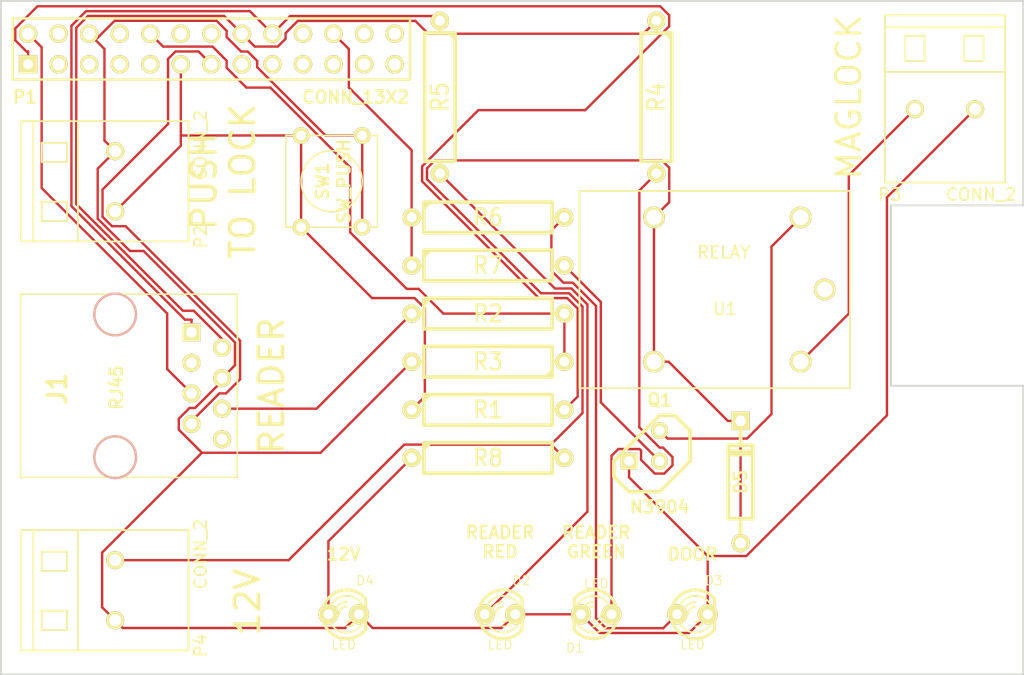
<source format=kicad_pcb>
(kicad_pcb (version 3) (host pcbnew "(2013-07-07 BZR 4022)-stable")

  (general
    (links 40)
    (no_connects 0)
    (area 127.606667 112.000001 242.964763 190.8)
    (thickness 1.6)
    (drawings 50)
    (tracks 206)
    (zones 0)
    (modules 21)
    (nets 19)
  )

  (page A3)
  (layers
    (15 F.Cu signal)
    (0 B.Cu signal)
    (16 B.Adhes user hide)
    (17 F.Adhes user hide)
    (18 B.Paste user hide)
    (19 F.Paste user hide)
    (20 B.SilkS user)
    (21 F.SilkS user)
    (22 B.Mask user)
    (23 F.Mask user)
    (24 Dwgs.User user hide)
    (25 Cmts.User user)
    (26 Eco1.User user)
    (27 Eco2.User user)
    (28 Edge.Cuts user)
  )

  (setup
    (last_trace_width 0.2)
    (trace_clearance 0.2)
    (zone_clearance 0.508)
    (zone_45_only no)
    (trace_min 0.1524)
    (segment_width 0.2)
    (edge_width 0.15)
    (via_size 0.9)
    (via_drill 0.6)
    (via_min_size 0.8)
    (via_min_drill 0.5)
    (uvia_size 0.5)
    (uvia_drill 0.1)
    (uvias_allowed no)
    (uvia_min_size 0.5)
    (uvia_min_drill 0.1)
    (pcb_text_width 0.3)
    (pcb_text_size 1 1)
    (mod_edge_width 0.15)
    (mod_text_size 1 1)
    (mod_text_width 0.15)
    (pad_size 1.5 1.5)
    (pad_drill 1)
    (pad_to_mask_clearance 0)
    (aux_axis_origin 143.5 181)
    (visible_elements 7FFFFFFF)
    (pcbplotparams
      (layerselection 3178497)
      (usegerberextensions true)
      (excludeedgelayer true)
      (linewidth 0.150000)
      (plotframeref false)
      (viasonmask false)
      (mode 1)
      (useauxorigin false)
      (hpglpennumber 1)
      (hpglpenspeed 20)
      (hpglpendiameter 15)
      (hpglpenoverlay 2)
      (psnegative false)
      (psa4output false)
      (plotreference true)
      (plotvalue true)
      (plotothertext true)
      (plotinvisibletext false)
      (padsonsilk false)
      (subtractmaskfromsilk false)
      (outputformat 1)
      (mirror false)
      (drillshape 1)
      (scaleselection 1)
      (outputdirectory ""))
  )

  (net 0 "")
  (net 1 +12V)
  (net 2 +3.3V)
  (net 3 +5V)
  (net 4 /BELL)
  (net 5 /GPIO17)
  (net 6 /GPIO23)
  (net 7 /GPIO24)
  (net 8 /GPIO25)
  (net 9 "/RFID TXD")
  (net 10 /RXD)
  (net 11 GND)
  (net 12 N-000001)
  (net 13 N-0000017)
  (net 14 N-0000023)
  (net 15 N-0000024)
  (net 16 N-0000025)
  (net 17 N-0000026)
  (net 18 N-000005)

  (net_class Default "This is the default net class."
    (clearance 0.2)
    (trace_width 0.2)
    (via_dia 0.9)
    (via_drill 0.6)
    (uvia_dia 0.5)
    (uvia_drill 0.1)
    (add_net "")
    (add_net +12V)
    (add_net +3.3V)
    (add_net +5V)
    (add_net /BELL)
    (add_net /GPIO17)
    (add_net /GPIO23)
    (add_net /GPIO24)
    (add_net /GPIO25)
    (add_net "/RFID TXD")
    (add_net /RXD)
    (add_net GND)
    (add_net N-000001)
    (add_net N-0000017)
    (add_net N-0000023)
    (add_net N-0000024)
    (add_net N-0000025)
    (add_net N-0000026)
    (add_net N-000005)
  )

  (net_class Power ""
    (clearance 0.2)
    (trace_width 0.5)
    (via_dia 1)
    (via_drill 0.7)
    (uvia_dia 0.5)
    (uvia_drill 0.1)
  )

  (module pin_array_13x2 (layer F.Cu) (tedit 50A55E7A) (tstamp 536512D5)
    (at 161 129)
    (descr "Double rangee de contacts 2 x 12 pins")
    (tags CONN)
    (path /50A55ABA)
    (fp_text reference P1 (at -15.5 4) (layer F.SilkS)
      (effects (font (size 1.016 1.016) (thickness 0.2032)))
    )
    (fp_text value CONN_13X2 (at 12 4) (layer F.SilkS)
      (effects (font (size 1.016 1.016) (thickness 0.2032)))
    )
    (fp_line (start -16.51 2.54) (end 16.51 2.54) (layer F.SilkS) (width 0.2032))
    (fp_line (start 16.51 -2.54) (end -16.51 -2.54) (layer F.SilkS) (width 0.2032))
    (fp_line (start -16.51 -2.54) (end -16.51 2.54) (layer F.SilkS) (width 0.2032))
    (fp_line (start 16.51 2.54) (end 16.51 -2.54) (layer F.SilkS) (width 0.2032))
    (pad 1 thru_hole rect (at -15.24 1.27) (size 1.524 1.524) (drill 0.8128)
      (layers *.Cu *.Mask F.SilkS)
      (net 2 +3.3V)
    )
    (pad 2 thru_hole circle (at -15.24 -1.27) (size 1.524 1.524) (drill 1.016)
      (layers *.Cu *.Mask F.SilkS)
      (net 3 +5V)
    )
    (pad 3 thru_hole circle (at -12.7 1.27) (size 1.524 1.524) (drill 1.016)
      (layers *.Cu *.Mask F.SilkS)
    )
    (pad 4 thru_hole circle (at -12.7 -1.27) (size 1.524 1.524) (drill 1.016)
      (layers *.Cu *.Mask F.SilkS)
    )
    (pad 5 thru_hole circle (at -10.16 1.27) (size 1.524 1.524) (drill 1.016)
      (layers *.Cu *.Mask F.SilkS)
    )
    (pad 6 thru_hole circle (at -10.16 -1.27) (size 1.524 1.524) (drill 1.016)
      (layers *.Cu *.Mask F.SilkS)
      (net 11 GND)
    )
    (pad 7 thru_hole circle (at -7.62 1.27) (size 1.524 1.524) (drill 1.016)
      (layers *.Cu *.Mask F.SilkS)
    )
    (pad 8 thru_hole circle (at -7.62 -1.27) (size 1.524 1.524) (drill 1.016)
      (layers *.Cu *.Mask F.SilkS)
    )
    (pad 9 thru_hole circle (at -5.08 1.27) (size 1.524 1.524) (drill 1.016)
      (layers *.Cu *.Mask F.SilkS)
    )
    (pad 10 thru_hole circle (at -5.08 -1.27) (size 1.524 1.524) (drill 1.016)
      (layers *.Cu *.Mask F.SilkS)
      (net 10 /RXD)
    )
    (pad 11 thru_hole circle (at -2.54 1.27) (size 1.524 1.524) (drill 1.016)
      (layers *.Cu *.Mask F.SilkS)
      (net 5 /GPIO17)
    )
    (pad 12 thru_hole circle (at -2.54 -1.27) (size 1.524 1.524) (drill 1.016)
      (layers *.Cu *.Mask F.SilkS)
    )
    (pad 13 thru_hole circle (at 0 1.27) (size 1.524 1.524) (drill 1.016)
      (layers *.Cu *.Mask F.SilkS)
      (net 4 /BELL)
    )
    (pad 14 thru_hole circle (at 0 -1.27) (size 1.524 1.524) (drill 1.016)
      (layers *.Cu *.Mask F.SilkS)
    )
    (pad 15 thru_hole circle (at 2.54 1.27) (size 1.524 1.524) (drill 1.016)
      (layers *.Cu *.Mask F.SilkS)
    )
    (pad 16 thru_hole circle (at 2.54 -1.27) (size 1.524 1.524) (drill 1.016)
      (layers *.Cu *.Mask F.SilkS)
      (net 6 /GPIO23)
    )
    (pad 17 thru_hole circle (at 5.08 1.27) (size 1.524 1.524) (drill 1.016)
      (layers *.Cu *.Mask F.SilkS)
    )
    (pad 18 thru_hole circle (at 5.08 -1.27) (size 1.524 1.524) (drill 1.016)
      (layers *.Cu *.Mask F.SilkS)
      (net 7 /GPIO24)
    )
    (pad 19 thru_hole circle (at 7.62 1.27) (size 1.524 1.524) (drill 1.016)
      (layers *.Cu *.Mask F.SilkS)
    )
    (pad 20 thru_hole circle (at 7.62 -1.27) (size 1.524 1.524) (drill 1.016)
      (layers *.Cu *.Mask F.SilkS)
    )
    (pad 21 thru_hole circle (at 10.16 1.27) (size 1.524 1.524) (drill 1.016)
      (layers *.Cu *.Mask F.SilkS)
    )
    (pad 22 thru_hole circle (at 10.16 -1.27) (size 1.524 1.524) (drill 1.016)
      (layers *.Cu *.Mask F.SilkS)
      (net 8 /GPIO25)
    )
    (pad 23 thru_hole circle (at 12.7 1.27) (size 1.524 1.524) (drill 1.016)
      (layers *.Cu *.Mask F.SilkS)
    )
    (pad 24 thru_hole circle (at 12.7 -1.27) (size 1.524 1.524) (drill 1.016)
      (layers *.Cu *.Mask F.SilkS)
    )
    (pad 25 thru_hole circle (at 15.24 1.27) (size 1.524 1.524) (drill 1.016)
      (layers *.Cu *.Mask F.SilkS)
    )
    (pad 26 thru_hole circle (at 15.24 -1.27) (size 1.524 1.524) (drill 1.016)
      (layers *.Cu *.Mask F.SilkS)
    )
    (model pin_array/pins_array_13x2.wrl
      (at (xyz 0 0 -0.06))
      (scale (xyz 1 1 1))
      (rotate (xyz 0 180 0))
    )
  )

  (module TO92 (layer F.Cu) (tedit 443CFFD1) (tstamp 5365190D)
    (at 197 162 180)
    (descr "Transistor TO92 brochage type BC237")
    (tags "TR TO92")
    (path /531A5608)
    (fp_text reference Q1 (at -1.27 3.81 180) (layer F.SilkS)
      (effects (font (size 1.016 1.016) (thickness 0.2032)))
    )
    (fp_text value N3904 (at -1.27 -5.08 180) (layer F.SilkS)
      (effects (font (size 1.016 1.016) (thickness 0.2032)))
    )
    (fp_line (start -1.27 2.54) (end 2.54 -1.27) (layer F.SilkS) (width 0.3048))
    (fp_line (start 2.54 -1.27) (end 2.54 -2.54) (layer F.SilkS) (width 0.3048))
    (fp_line (start 2.54 -2.54) (end 1.27 -3.81) (layer F.SilkS) (width 0.3048))
    (fp_line (start 1.27 -3.81) (end -1.27 -3.81) (layer F.SilkS) (width 0.3048))
    (fp_line (start -1.27 -3.81) (end -3.81 -1.27) (layer F.SilkS) (width 0.3048))
    (fp_line (start -3.81 -1.27) (end -3.81 1.27) (layer F.SilkS) (width 0.3048))
    (fp_line (start -3.81 1.27) (end -2.54 2.54) (layer F.SilkS) (width 0.3048))
    (fp_line (start -2.54 2.54) (end -1.27 2.54) (layer F.SilkS) (width 0.3048))
    (pad 1 thru_hole rect (at 1.27 -1.27 180) (size 1.397 1.397) (drill 0.8128)
      (layers *.Cu *.Mask F.SilkS)
      (net 11 GND)
    )
    (pad 2 thru_hole circle (at -1.27 -1.27 180) (size 1.397 1.397) (drill 0.8128)
      (layers *.Cu *.Mask F.SilkS)
      (net 18 N-000005)
    )
    (pad 3 thru_hole circle (at -1.27 1.27 180) (size 1.397 1.397) (drill 0.8128)
      (layers *.Cu *.Mask F.SilkS)
      (net 13 N-0000017)
    )
    (model discret/to98.wrl
      (at (xyz 0 0 0))
      (scale (xyz 1 1 1))
      (rotate (xyz 0 0 0))
    )
  )

  (module SW_PUSH_SMALL (layer F.Cu) (tedit 46544DB3) (tstamp 5365159E)
    (at 171 140 90)
    (path /531C8935)
    (fp_text reference SW1 (at 0 -0.762 90) (layer F.SilkS)
      (effects (font (size 1.016 1.016) (thickness 0.2032)))
    )
    (fp_text value SW_PUSH (at 0 1.016 90) (layer F.SilkS)
      (effects (font (size 1.016 1.016) (thickness 0.2032)))
    )
    (fp_circle (center 0 0) (end 0 -2.54) (layer F.SilkS) (width 0.127))
    (fp_line (start -3.81 -3.81) (end 3.81 -3.81) (layer F.SilkS) (width 0.127))
    (fp_line (start 3.81 -3.81) (end 3.81 3.81) (layer F.SilkS) (width 0.127))
    (fp_line (start 3.81 3.81) (end -3.81 3.81) (layer F.SilkS) (width 0.127))
    (fp_line (start -3.81 -3.81) (end -3.81 3.81) (layer F.SilkS) (width 0.127))
    (pad 1 thru_hole circle (at 3.81 -2.54 90) (size 1.397 1.397) (drill 0.8128)
      (layers *.Cu *.Mask F.SilkS)
      (net 5 /GPIO17)
    )
    (pad 2 thru_hole circle (at 3.81 2.54 90) (size 1.397 1.397) (drill 0.8128)
      (layers *.Cu *.Mask F.SilkS)
      (net 11 GND)
    )
    (pad 1 thru_hole circle (at -3.81 -2.54 90) (size 1.397 1.397) (drill 0.8128)
      (layers *.Cu *.Mask F.SilkS)
      (net 5 /GPIO17)
    )
    (pad 2 thru_hole circle (at -3.81 2.54 90) (size 1.397 1.397) (drill 0.8128)
      (layers *.Cu *.Mask F.SilkS)
      (net 11 GND)
    )
  )

  (module RJ45_8 (layer F.Cu) (tedit 4745DA96) (tstamp 53651590)
    (at 153 157 270)
    (tags RJ45)
    (path /531F9A33)
    (fp_text reference J1 (at 0.254 4.826 270) (layer F.SilkS)
      (effects (font (size 1.524 1.524) (thickness 0.3048)))
    )
    (fp_text value RJ45 (at 0.14224 -0.1016 270) (layer F.SilkS)
      (effects (font (size 1.00076 1.00076) (thickness 0.2032)))
    )
    (fp_line (start -7.62 7.874) (end 7.62 7.874) (layer F.SilkS) (width 0.127))
    (fp_line (start 7.62 7.874) (end 7.62 -10.16) (layer F.SilkS) (width 0.127))
    (fp_line (start 7.62 -10.16) (end -7.62 -10.16) (layer F.SilkS) (width 0.127))
    (fp_line (start -7.62 -10.16) (end -7.62 7.874) (layer F.SilkS) (width 0.127))
    (pad Hole np_thru_hole circle (at 5.93852 0 270) (size 3.64998 3.64998) (drill 3.2512)
      (layers *.Cu *.SilkS *.Mask)
    )
    (pad Hole np_thru_hole circle (at -5.9309 0 270) (size 3.64998 3.64998) (drill 3.2512)
      (layers *.Cu *.SilkS *.Mask)
    )
    (pad 1 thru_hole rect (at -4.445 -6.35 270) (size 1.50114 1.50114) (drill 0.89916)
      (layers *.Cu *.Mask F.SilkS)
      (net 7 /GPIO24)
    )
    (pad 2 thru_hole circle (at -3.175 -8.89 270) (size 1.50114 1.50114) (drill 0.89916)
      (layers *.Cu *.Mask F.SilkS)
      (net 6 /GPIO23)
    )
    (pad 3 thru_hole circle (at -1.905 -6.35 270) (size 1.50114 1.50114) (drill 0.89916)
      (layers *.Cu *.Mask F.SilkS)
    )
    (pad 4 thru_hole circle (at -0.635 -8.89 270) (size 1.50114 1.50114) (drill 0.89916)
      (layers *.Cu *.Mask F.SilkS)
      (net 11 GND)
    )
    (pad 5 thru_hole circle (at 0.635 -6.35 270) (size 1.50114 1.50114) (drill 0.89916)
      (layers *.Cu *.Mask F.SilkS)
      (net 3 +5V)
    )
    (pad 6 thru_hole circle (at 1.905 -8.89 270) (size 1.50114 1.50114) (drill 0.89916)
      (layers *.Cu *.Mask F.SilkS)
      (net 9 "/RFID TXD")
    )
    (pad 7 thru_hole circle (at 3.175 -6.35 270) (size 1.50114 1.50114) (drill 0.89916)
      (layers *.Cu *.Mask F.SilkS)
      (net 4 /BELL)
    )
    (pad 8 thru_hole circle (at 4.445 -8.89 270) (size 1.50114 1.50114) (drill 0.89916)
      (layers *.Cu *.Mask F.SilkS)
    )
    (model connectors/RJ45_8.wrl
      (at (xyz 0 0 0))
      (scale (xyz 0.4 0.4 0.4))
      (rotate (xyz 0 0 0))
    )
  )

  (module RELAY_AZ942 (layer F.Cu) (tedit 5364FF75) (tstamp 5365157D)
    (at 210 149 180)
    (path /53213285)
    (fp_text reference U1 (at 6.3 -1.6 180) (layer F.SilkS)
      (effects (font (size 1 1) (thickness 0.15)))
    )
    (fp_text value RELAY (at 6.4 3.1 180) (layer F.SilkS)
      (effects (font (size 1 1) (thickness 0.15)))
    )
    (fp_line (start -4.1 -8.2) (end 18.4 -8.2) (layer F.SilkS) (width 0.15))
    (fp_line (start -4.1 -8.2) (end -4.1 8.2) (layer F.SilkS) (width 0.15))
    (fp_line (start -4.1 8.2) (end 18.4 8.2) (layer F.SilkS) (width 0.15))
    (fp_line (start 18.4 8.2) (end 18.4 -8.2) (layer F.SilkS) (width 0.15))
    (pad 1 thru_hole circle (at -2 0 180) (size 1.8 1.8) (drill 1.3)
      (layers *.Cu *.Mask F.SilkS)
    )
    (pad 2 thru_hole circle (at 0 -6 180) (size 1.8 1.8) (drill 1.3)
      (layers *.Cu *.Mask F.SilkS)
      (net 12 N-000001)
    )
    (pad 5 thru_hole circle (at 0 6 180) (size 1.8 1.8) (drill 1.3)
      (layers *.Cu *.Mask F.SilkS)
      (net 13 N-0000017)
    )
    (pad 3 thru_hole circle (at 12.2 -6 180) (size 1.8 1.8) (drill 1.3)
      (layers *.Cu *.Mask F.SilkS)
      (net 1 +12V)
    )
    (pad 4 thru_hole circle (at 12.2 6 180) (size 1.8 1.8) (drill 1.3)
      (layers *.Cu *.Mask F.SilkS)
      (net 1 +12V)
    )
  )

  (module R5 (layer F.Cu) (tedit 200000) (tstamp 5365156F)
    (at 184 163)
    (descr "Resistance 5 pas")
    (tags R)
    (path /5319244B)
    (autoplace_cost180 10)
    (fp_text reference R8 (at 0 0) (layer F.SilkS)
      (effects (font (size 1.397 1.27) (thickness 0.2032)))
    )
    (fp_text value 2K (at 0 0) (layer F.SilkS) hide
      (effects (font (size 1.397 1.27) (thickness 0.2032)))
    )
    (fp_line (start -6.35 0) (end -5.334 0) (layer F.SilkS) (width 0.3048))
    (fp_line (start 6.35 0) (end 5.334 0) (layer F.SilkS) (width 0.3048))
    (fp_line (start 5.334 -1.27) (end 5.334 1.27) (layer F.SilkS) (width 0.3048))
    (fp_line (start 5.334 1.27) (end -5.334 1.27) (layer F.SilkS) (width 0.3048))
    (fp_line (start -5.334 1.27) (end -5.334 -1.27) (layer F.SilkS) (width 0.3048))
    (fp_line (start -5.334 -1.27) (end 5.334 -1.27) (layer F.SilkS) (width 0.3048))
    (fp_line (start -5.334 -0.762) (end -4.826 -1.27) (layer F.SilkS) (width 0.3048))
    (pad 1 thru_hole circle (at -6.35 0) (size 1.524 1.524) (drill 0.8128)
      (layers *.Cu *.Mask F.SilkS)
      (net 17 N-0000026)
    )
    (pad 2 thru_hole circle (at 6.35 0) (size 1.524 1.524) (drill 0.8128)
      (layers *.Cu *.Mask F.SilkS)
      (net 1 +12V)
    )
    (model discret/resistor.wrl
      (at (xyz 0 0 0))
      (scale (xyz 0.5 0.5 0.5))
      (rotate (xyz 0 0 0))
    )
  )

  (module R5 (layer F.Cu) (tedit 200000) (tstamp 5365191B)
    (at 184 147)
    (descr "Resistance 5 pas")
    (tags R)
    (path /53191D01)
    (autoplace_cost180 10)
    (fp_text reference R7 (at 0 0) (layer F.SilkS)
      (effects (font (size 1.397 1.27) (thickness 0.2032)))
    )
    (fp_text value 1K (at 0 0) (layer F.SilkS) hide
      (effects (font (size 1.397 1.27) (thickness 0.2032)))
    )
    (fp_line (start -6.35 0) (end -5.334 0) (layer F.SilkS) (width 0.3048))
    (fp_line (start 6.35 0) (end 5.334 0) (layer F.SilkS) (width 0.3048))
    (fp_line (start 5.334 -1.27) (end 5.334 1.27) (layer F.SilkS) (width 0.3048))
    (fp_line (start 5.334 1.27) (end -5.334 1.27) (layer F.SilkS) (width 0.3048))
    (fp_line (start -5.334 1.27) (end -5.334 -1.27) (layer F.SilkS) (width 0.3048))
    (fp_line (start -5.334 -1.27) (end 5.334 -1.27) (layer F.SilkS) (width 0.3048))
    (fp_line (start -5.334 -0.762) (end -4.826 -1.27) (layer F.SilkS) (width 0.3048))
    (pad 1 thru_hole circle (at -6.35 0) (size 1.524 1.524) (drill 0.8128)
      (layers *.Cu *.Mask F.SilkS)
      (net 8 /GPIO25)
    )
    (pad 2 thru_hole circle (at 6.35 0) (size 1.524 1.524) (drill 0.8128)
      (layers *.Cu *.Mask F.SilkS)
      (net 18 N-000005)
    )
    (model discret/resistor.wrl
      (at (xyz 0 0 0))
      (scale (xyz 0.5 0.5 0.5))
      (rotate (xyz 0 0 0))
    )
  )

  (module R5 (layer F.Cu) (tedit 200000) (tstamp 53651553)
    (at 184 143)
    (descr "Resistance 5 pas")
    (tags R)
    (path /531C80F2)
    (autoplace_cost180 10)
    (fp_text reference R6 (at 0 0) (layer F.SilkS)
      (effects (font (size 1.397 1.27) (thickness 0.2032)))
    )
    (fp_text value 330 (at 0 0) (layer F.SilkS) hide
      (effects (font (size 1.397 1.27) (thickness 0.2032)))
    )
    (fp_line (start -6.35 0) (end -5.334 0) (layer F.SilkS) (width 0.3048))
    (fp_line (start 6.35 0) (end 5.334 0) (layer F.SilkS) (width 0.3048))
    (fp_line (start 5.334 -1.27) (end 5.334 1.27) (layer F.SilkS) (width 0.3048))
    (fp_line (start 5.334 1.27) (end -5.334 1.27) (layer F.SilkS) (width 0.3048))
    (fp_line (start -5.334 1.27) (end -5.334 -1.27) (layer F.SilkS) (width 0.3048))
    (fp_line (start -5.334 -1.27) (end 5.334 -1.27) (layer F.SilkS) (width 0.3048))
    (fp_line (start -5.334 -0.762) (end -4.826 -1.27) (layer F.SilkS) (width 0.3048))
    (pad 1 thru_hole circle (at -6.35 0) (size 1.524 1.524) (drill 0.8128)
      (layers *.Cu *.Mask F.SilkS)
      (net 8 /GPIO25)
    )
    (pad 2 thru_hole circle (at 6.35 0) (size 1.524 1.524) (drill 0.8128)
      (layers *.Cu *.Mask F.SilkS)
      (net 16 N-0000025)
    )
    (model discret/resistor.wrl
      (at (xyz 0 0 0))
      (scale (xyz 0.5 0.5 0.5))
      (rotate (xyz 0 0 0))
    )
  )

  (module R5 (layer F.Cu) (tedit 200000) (tstamp 53651545)
    (at 184 155 180)
    (descr "Resistance 5 pas")
    (tags R)
    (path /531C9D88)
    (autoplace_cost180 10)
    (fp_text reference R3 (at 0 0 180) (layer F.SilkS)
      (effects (font (size 1.397 1.27) (thickness 0.2032)))
    )
    (fp_text value 3.3K (at 0 0 180) (layer F.SilkS) hide
      (effects (font (size 1.397 1.27) (thickness 0.2032)))
    )
    (fp_line (start -6.35 0) (end -5.334 0) (layer F.SilkS) (width 0.3048))
    (fp_line (start 6.35 0) (end 5.334 0) (layer F.SilkS) (width 0.3048))
    (fp_line (start 5.334 -1.27) (end 5.334 1.27) (layer F.SilkS) (width 0.3048))
    (fp_line (start 5.334 1.27) (end -5.334 1.27) (layer F.SilkS) (width 0.3048))
    (fp_line (start -5.334 1.27) (end -5.334 -1.27) (layer F.SilkS) (width 0.3048))
    (fp_line (start -5.334 -1.27) (end 5.334 -1.27) (layer F.SilkS) (width 0.3048))
    (fp_line (start -5.334 -0.762) (end -4.826 -1.27) (layer F.SilkS) (width 0.3048))
    (pad 1 thru_hole circle (at -6.35 0 180) (size 1.524 1.524) (drill 0.8128)
      (layers *.Cu *.Mask F.SilkS)
      (net 10 /RXD)
    )
    (pad 2 thru_hole circle (at 6.35 0 180) (size 1.524 1.524) (drill 0.8128)
      (layers *.Cu *.Mask F.SilkS)
      (net 11 GND)
    )
    (model discret/resistor.wrl
      (at (xyz 0 0 0))
      (scale (xyz 0.5 0.5 0.5))
      (rotate (xyz 0 0 0))
    )
  )

  (module R5 (layer F.Cu) (tedit 200000) (tstamp 53651537)
    (at 184 151)
    (descr "Resistance 5 pas")
    (tags R)
    (path /531C991C)
    (autoplace_cost180 10)
    (fp_text reference R2 (at 0 0) (layer F.SilkS)
      (effects (font (size 1.397 1.27) (thickness 0.2032)))
    )
    (fp_text value 1.8K (at 0 0) (layer F.SilkS) hide
      (effects (font (size 1.397 1.27) (thickness 0.2032)))
    )
    (fp_line (start -6.35 0) (end -5.334 0) (layer F.SilkS) (width 0.3048))
    (fp_line (start 6.35 0) (end 5.334 0) (layer F.SilkS) (width 0.3048))
    (fp_line (start 5.334 -1.27) (end 5.334 1.27) (layer F.SilkS) (width 0.3048))
    (fp_line (start 5.334 1.27) (end -5.334 1.27) (layer F.SilkS) (width 0.3048))
    (fp_line (start -5.334 1.27) (end -5.334 -1.27) (layer F.SilkS) (width 0.3048))
    (fp_line (start -5.334 -1.27) (end 5.334 -1.27) (layer F.SilkS) (width 0.3048))
    (fp_line (start -5.334 -0.762) (end -4.826 -1.27) (layer F.SilkS) (width 0.3048))
    (pad 1 thru_hole circle (at -6.35 0) (size 1.524 1.524) (drill 0.8128)
      (layers *.Cu *.Mask F.SilkS)
      (net 9 "/RFID TXD")
    )
    (pad 2 thru_hole circle (at 6.35 0) (size 1.524 1.524) (drill 0.8128)
      (layers *.Cu *.Mask F.SilkS)
      (net 10 /RXD)
    )
    (model discret/resistor.wrl
      (at (xyz 0 0 0))
      (scale (xyz 0.5 0.5 0.5))
      (rotate (xyz 0 0 0))
    )
  )

  (module R5 (layer F.Cu) (tedit 200000) (tstamp 53651529)
    (at 198 133 270)
    (descr "Resistance 5 pas")
    (tags R)
    (path /531C834F)
    (autoplace_cost180 10)
    (fp_text reference R4 (at 0 0 270) (layer F.SilkS)
      (effects (font (size 1.397 1.27) (thickness 0.2032)))
    )
    (fp_text value 330 (at 0 0 270) (layer F.SilkS) hide
      (effects (font (size 1.397 1.27) (thickness 0.2032)))
    )
    (fp_line (start -6.35 0) (end -5.334 0) (layer F.SilkS) (width 0.3048))
    (fp_line (start 6.35 0) (end 5.334 0) (layer F.SilkS) (width 0.3048))
    (fp_line (start 5.334 -1.27) (end 5.334 1.27) (layer F.SilkS) (width 0.3048))
    (fp_line (start 5.334 1.27) (end -5.334 1.27) (layer F.SilkS) (width 0.3048))
    (fp_line (start -5.334 1.27) (end -5.334 -1.27) (layer F.SilkS) (width 0.3048))
    (fp_line (start -5.334 -1.27) (end 5.334 -1.27) (layer F.SilkS) (width 0.3048))
    (fp_line (start -5.334 -0.762) (end -4.826 -1.27) (layer F.SilkS) (width 0.3048))
    (pad 1 thru_hole circle (at -6.35 0 270) (size 1.524 1.524) (drill 0.8128)
      (layers *.Cu *.Mask F.SilkS)
      (net 6 /GPIO23)
    )
    (pad 2 thru_hole circle (at 6.35 0 270) (size 1.524 1.524) (drill 0.8128)
      (layers *.Cu *.Mask F.SilkS)
      (net 14 N-0000023)
    )
    (model discret/resistor.wrl
      (at (xyz 0 0 0))
      (scale (xyz 0.5 0.5 0.5))
      (rotate (xyz 0 0 0))
    )
  )

  (module R5 (layer F.Cu) (tedit 200000) (tstamp 5365151B)
    (at 180 133 270)
    (descr "Resistance 5 pas")
    (tags R)
    (path /531C835E)
    (autoplace_cost180 10)
    (fp_text reference R5 (at 0 0 270) (layer F.SilkS)
      (effects (font (size 1.397 1.27) (thickness 0.2032)))
    )
    (fp_text value 330 (at 0 0 270) (layer F.SilkS) hide
      (effects (font (size 1.397 1.27) (thickness 0.2032)))
    )
    (fp_line (start -6.35 0) (end -5.334 0) (layer F.SilkS) (width 0.3048))
    (fp_line (start 6.35 0) (end 5.334 0) (layer F.SilkS) (width 0.3048))
    (fp_line (start 5.334 -1.27) (end 5.334 1.27) (layer F.SilkS) (width 0.3048))
    (fp_line (start 5.334 1.27) (end -5.334 1.27) (layer F.SilkS) (width 0.3048))
    (fp_line (start -5.334 1.27) (end -5.334 -1.27) (layer F.SilkS) (width 0.3048))
    (fp_line (start -5.334 -1.27) (end 5.334 -1.27) (layer F.SilkS) (width 0.3048))
    (fp_line (start -5.334 -0.762) (end -4.826 -1.27) (layer F.SilkS) (width 0.3048))
    (pad 1 thru_hole circle (at -6.35 0 270) (size 1.524 1.524) (drill 0.8128)
      (layers *.Cu *.Mask F.SilkS)
      (net 7 /GPIO24)
    )
    (pad 2 thru_hole circle (at 6.35 0 270) (size 1.524 1.524) (drill 0.8128)
      (layers *.Cu *.Mask F.SilkS)
      (net 15 N-0000024)
    )
    (model discret/resistor.wrl
      (at (xyz 0 0 0))
      (scale (xyz 0.5 0.5 0.5))
      (rotate (xyz 0 0 0))
    )
  )

  (module R5 (layer F.Cu) (tedit 200000) (tstamp 5365150D)
    (at 184 159)
    (descr "Resistance 5 pas")
    (tags R)
    (path /531C8A1E)
    (autoplace_cost180 10)
    (fp_text reference R1 (at 0 0) (layer F.SilkS)
      (effects (font (size 1.397 1.27) (thickness 0.2032)))
    )
    (fp_text value 10K (at 0 0) (layer F.SilkS) hide
      (effects (font (size 1.397 1.27) (thickness 0.2032)))
    )
    (fp_line (start -6.35 0) (end -5.334 0) (layer F.SilkS) (width 0.3048))
    (fp_line (start 6.35 0) (end 5.334 0) (layer F.SilkS) (width 0.3048))
    (fp_line (start 5.334 -1.27) (end 5.334 1.27) (layer F.SilkS) (width 0.3048))
    (fp_line (start 5.334 1.27) (end -5.334 1.27) (layer F.SilkS) (width 0.3048))
    (fp_line (start -5.334 1.27) (end -5.334 -1.27) (layer F.SilkS) (width 0.3048))
    (fp_line (start -5.334 -1.27) (end 5.334 -1.27) (layer F.SilkS) (width 0.3048))
    (fp_line (start -5.334 -0.762) (end -4.826 -1.27) (layer F.SilkS) (width 0.3048))
    (pad 1 thru_hole circle (at -6.35 0) (size 1.524 1.524) (drill 0.8128)
      (layers *.Cu *.Mask F.SilkS)
      (net 5 /GPIO17)
    )
    (pad 2 thru_hole circle (at 6.35 0) (size 1.524 1.524) (drill 0.8128)
      (layers *.Cu *.Mask F.SilkS)
      (net 2 +3.3V)
    )
    (model discret/resistor.wrl
      (at (xyz 0 0 0))
      (scale (xyz 0.5 0.5 0.5))
      (rotate (xyz 0 0 0))
    )
  )

  (module LED-3MM (layer F.Cu) (tedit 50ADE848) (tstamp 536514FF)
    (at 172 176)
    (descr "LED 3mm - Lead pitch 100mil (2,54mm)")
    (tags "LED led 3mm 3MM 100mil 2,54mm")
    (path /531924B3)
    (fp_text reference D4 (at 1.778 -2.794) (layer F.SilkS)
      (effects (font (size 0.762 0.762) (thickness 0.0889)))
    )
    (fp_text value LED (at 0 2.54) (layer F.SilkS)
      (effects (font (size 0.762 0.762) (thickness 0.0889)))
    )
    (fp_line (start 1.8288 1.27) (end 1.8288 -1.27) (layer F.SilkS) (width 0.254))
    (fp_arc (start 0.254 0) (end -1.27 0) (angle 39.8) (layer F.SilkS) (width 0.1524))
    (fp_arc (start 0.254 0) (end -0.88392 1.01092) (angle 41.6) (layer F.SilkS) (width 0.1524))
    (fp_arc (start 0.254 0) (end 1.4097 -0.9906) (angle 40.6) (layer F.SilkS) (width 0.1524))
    (fp_arc (start 0.254 0) (end 1.778 0) (angle 39.8) (layer F.SilkS) (width 0.1524))
    (fp_arc (start 0.254 0) (end 0.254 -1.524) (angle 54.4) (layer F.SilkS) (width 0.1524))
    (fp_arc (start 0.254 0) (end -0.9652 -0.9144) (angle 53.1) (layer F.SilkS) (width 0.1524))
    (fp_arc (start 0.254 0) (end 1.45542 0.93472) (angle 52.1) (layer F.SilkS) (width 0.1524))
    (fp_arc (start 0.254 0) (end 0.254 1.524) (angle 52.1) (layer F.SilkS) (width 0.1524))
    (fp_arc (start 0.254 0) (end -0.381 0) (angle 90) (layer F.SilkS) (width 0.1524))
    (fp_arc (start 0.254 0) (end -0.762 0) (angle 90) (layer F.SilkS) (width 0.1524))
    (fp_arc (start 0.254 0) (end 0.889 0) (angle 90) (layer F.SilkS) (width 0.1524))
    (fp_arc (start 0.254 0) (end 1.27 0) (angle 90) (layer F.SilkS) (width 0.1524))
    (fp_arc (start 0.254 0) (end 0.254 -2.032) (angle 50.1) (layer F.SilkS) (width 0.254))
    (fp_arc (start 0.254 0) (end -1.5367 -0.95504) (angle 61.9) (layer F.SilkS) (width 0.254))
    (fp_arc (start 0.254 0) (end 1.8034 1.31064) (angle 49.7) (layer F.SilkS) (width 0.254))
    (fp_arc (start 0.254 0) (end 0.254 2.032) (angle 60.2) (layer F.SilkS) (width 0.254))
    (fp_arc (start 0.254 0) (end -1.778 0) (angle 28.3) (layer F.SilkS) (width 0.254))
    (fp_arc (start 0.254 0) (end -1.47574 1.06426) (angle 31.6) (layer F.SilkS) (width 0.254))
    (pad 1 thru_hole circle (at -1.27 0) (size 1.6764 1.6764) (drill 0.8128)
      (layers *.Cu *.Mask F.SilkS)
      (net 17 N-0000026)
    )
    (pad 2 thru_hole circle (at 1.27 0) (size 1.6764 1.6764) (drill 0.8128)
      (layers *.Cu *.Mask F.SilkS)
      (net 11 GND)
    )
    (model discret/leds/led3_vertical_verde.wrl
      (at (xyz 0 0 0))
      (scale (xyz 1 1 1))
      (rotate (xyz 0 0 0))
    )
  )

  (module LED-3MM (layer F.Cu) (tedit 50ADE848) (tstamp 536514E5)
    (at 193 176 180)
    (descr "LED 3mm - Lead pitch 100mil (2,54mm)")
    (tags "LED led 3mm 3MM 100mil 2,54mm")
    (path /531C8340)
    (fp_text reference D1 (at 1.778 -2.794 180) (layer F.SilkS)
      (effects (font (size 0.762 0.762) (thickness 0.0889)))
    )
    (fp_text value LED (at 0 2.54 180) (layer F.SilkS)
      (effects (font (size 0.762 0.762) (thickness 0.0889)))
    )
    (fp_line (start 1.8288 1.27) (end 1.8288 -1.27) (layer F.SilkS) (width 0.254))
    (fp_arc (start 0.254 0) (end -1.27 0) (angle 39.8) (layer F.SilkS) (width 0.1524))
    (fp_arc (start 0.254 0) (end -0.88392 1.01092) (angle 41.6) (layer F.SilkS) (width 0.1524))
    (fp_arc (start 0.254 0) (end 1.4097 -0.9906) (angle 40.6) (layer F.SilkS) (width 0.1524))
    (fp_arc (start 0.254 0) (end 1.778 0) (angle 39.8) (layer F.SilkS) (width 0.1524))
    (fp_arc (start 0.254 0) (end 0.254 -1.524) (angle 54.4) (layer F.SilkS) (width 0.1524))
    (fp_arc (start 0.254 0) (end -0.9652 -0.9144) (angle 53.1) (layer F.SilkS) (width 0.1524))
    (fp_arc (start 0.254 0) (end 1.45542 0.93472) (angle 52.1) (layer F.SilkS) (width 0.1524))
    (fp_arc (start 0.254 0) (end 0.254 1.524) (angle 52.1) (layer F.SilkS) (width 0.1524))
    (fp_arc (start 0.254 0) (end -0.381 0) (angle 90) (layer F.SilkS) (width 0.1524))
    (fp_arc (start 0.254 0) (end -0.762 0) (angle 90) (layer F.SilkS) (width 0.1524))
    (fp_arc (start 0.254 0) (end 0.889 0) (angle 90) (layer F.SilkS) (width 0.1524))
    (fp_arc (start 0.254 0) (end 1.27 0) (angle 90) (layer F.SilkS) (width 0.1524))
    (fp_arc (start 0.254 0) (end 0.254 -2.032) (angle 50.1) (layer F.SilkS) (width 0.254))
    (fp_arc (start 0.254 0) (end -1.5367 -0.95504) (angle 61.9) (layer F.SilkS) (width 0.254))
    (fp_arc (start 0.254 0) (end 1.8034 1.31064) (angle 49.7) (layer F.SilkS) (width 0.254))
    (fp_arc (start 0.254 0) (end 0.254 2.032) (angle 60.2) (layer F.SilkS) (width 0.254))
    (fp_arc (start 0.254 0) (end -1.778 0) (angle 28.3) (layer F.SilkS) (width 0.254))
    (fp_arc (start 0.254 0) (end -1.47574 1.06426) (angle 31.6) (layer F.SilkS) (width 0.254))
    (pad 1 thru_hole circle (at -1.27 0 180) (size 1.6764 1.6764) (drill 0.8128)
      (layers *.Cu *.Mask F.SilkS)
      (net 14 N-0000023)
    )
    (pad 2 thru_hole circle (at 1.27 0 180) (size 1.6764 1.6764) (drill 0.8128)
      (layers *.Cu *.Mask F.SilkS)
      (net 11 GND)
    )
    (model discret/leds/led3_vertical_verde.wrl
      (at (xyz 0 0 0))
      (scale (xyz 1 1 1))
      (rotate (xyz 0 0 0))
    )
  )

  (module LED-3MM (layer F.Cu) (tedit 50ADE848) (tstamp 536514CB)
    (at 185 176)
    (descr "LED 3mm - Lead pitch 100mil (2,54mm)")
    (tags "LED led 3mm 3MM 100mil 2,54mm")
    (path /531C8331)
    (fp_text reference D2 (at 1.778 -2.794) (layer F.SilkS)
      (effects (font (size 0.762 0.762) (thickness 0.0889)))
    )
    (fp_text value LED (at 0 2.54) (layer F.SilkS)
      (effects (font (size 0.762 0.762) (thickness 0.0889)))
    )
    (fp_line (start 1.8288 1.27) (end 1.8288 -1.27) (layer F.SilkS) (width 0.254))
    (fp_arc (start 0.254 0) (end -1.27 0) (angle 39.8) (layer F.SilkS) (width 0.1524))
    (fp_arc (start 0.254 0) (end -0.88392 1.01092) (angle 41.6) (layer F.SilkS) (width 0.1524))
    (fp_arc (start 0.254 0) (end 1.4097 -0.9906) (angle 40.6) (layer F.SilkS) (width 0.1524))
    (fp_arc (start 0.254 0) (end 1.778 0) (angle 39.8) (layer F.SilkS) (width 0.1524))
    (fp_arc (start 0.254 0) (end 0.254 -1.524) (angle 54.4) (layer F.SilkS) (width 0.1524))
    (fp_arc (start 0.254 0) (end -0.9652 -0.9144) (angle 53.1) (layer F.SilkS) (width 0.1524))
    (fp_arc (start 0.254 0) (end 1.45542 0.93472) (angle 52.1) (layer F.SilkS) (width 0.1524))
    (fp_arc (start 0.254 0) (end 0.254 1.524) (angle 52.1) (layer F.SilkS) (width 0.1524))
    (fp_arc (start 0.254 0) (end -0.381 0) (angle 90) (layer F.SilkS) (width 0.1524))
    (fp_arc (start 0.254 0) (end -0.762 0) (angle 90) (layer F.SilkS) (width 0.1524))
    (fp_arc (start 0.254 0) (end 0.889 0) (angle 90) (layer F.SilkS) (width 0.1524))
    (fp_arc (start 0.254 0) (end 1.27 0) (angle 90) (layer F.SilkS) (width 0.1524))
    (fp_arc (start 0.254 0) (end 0.254 -2.032) (angle 50.1) (layer F.SilkS) (width 0.254))
    (fp_arc (start 0.254 0) (end -1.5367 -0.95504) (angle 61.9) (layer F.SilkS) (width 0.254))
    (fp_arc (start 0.254 0) (end 1.8034 1.31064) (angle 49.7) (layer F.SilkS) (width 0.254))
    (fp_arc (start 0.254 0) (end 0.254 2.032) (angle 60.2) (layer F.SilkS) (width 0.254))
    (fp_arc (start 0.254 0) (end -1.778 0) (angle 28.3) (layer F.SilkS) (width 0.254))
    (fp_arc (start 0.254 0) (end -1.47574 1.06426) (angle 31.6) (layer F.SilkS) (width 0.254))
    (pad 1 thru_hole circle (at -1.27 0) (size 1.6764 1.6764) (drill 0.8128)
      (layers *.Cu *.Mask F.SilkS)
      (net 15 N-0000024)
    )
    (pad 2 thru_hole circle (at 1.27 0) (size 1.6764 1.6764) (drill 0.8128)
      (layers *.Cu *.Mask F.SilkS)
      (net 11 GND)
    )
    (model discret/leds/led3_vertical_verde.wrl
      (at (xyz 0 0 0))
      (scale (xyz 1 1 1))
      (rotate (xyz 0 0 0))
    )
  )

  (module LED-3MM (layer F.Cu) (tedit 50ADE848) (tstamp 536514B1)
    (at 201 176)
    (descr "LED 3mm - Lead pitch 100mil (2,54mm)")
    (tags "LED led 3mm 3MM 100mil 2,54mm")
    (path /531C8101)
    (fp_text reference D3 (at 1.778 -2.794) (layer F.SilkS)
      (effects (font (size 0.762 0.762) (thickness 0.0889)))
    )
    (fp_text value LED (at 0 2.54) (layer F.SilkS)
      (effects (font (size 0.762 0.762) (thickness 0.0889)))
    )
    (fp_line (start 1.8288 1.27) (end 1.8288 -1.27) (layer F.SilkS) (width 0.254))
    (fp_arc (start 0.254 0) (end -1.27 0) (angle 39.8) (layer F.SilkS) (width 0.1524))
    (fp_arc (start 0.254 0) (end -0.88392 1.01092) (angle 41.6) (layer F.SilkS) (width 0.1524))
    (fp_arc (start 0.254 0) (end 1.4097 -0.9906) (angle 40.6) (layer F.SilkS) (width 0.1524))
    (fp_arc (start 0.254 0) (end 1.778 0) (angle 39.8) (layer F.SilkS) (width 0.1524))
    (fp_arc (start 0.254 0) (end 0.254 -1.524) (angle 54.4) (layer F.SilkS) (width 0.1524))
    (fp_arc (start 0.254 0) (end -0.9652 -0.9144) (angle 53.1) (layer F.SilkS) (width 0.1524))
    (fp_arc (start 0.254 0) (end 1.45542 0.93472) (angle 52.1) (layer F.SilkS) (width 0.1524))
    (fp_arc (start 0.254 0) (end 0.254 1.524) (angle 52.1) (layer F.SilkS) (width 0.1524))
    (fp_arc (start 0.254 0) (end -0.381 0) (angle 90) (layer F.SilkS) (width 0.1524))
    (fp_arc (start 0.254 0) (end -0.762 0) (angle 90) (layer F.SilkS) (width 0.1524))
    (fp_arc (start 0.254 0) (end 0.889 0) (angle 90) (layer F.SilkS) (width 0.1524))
    (fp_arc (start 0.254 0) (end 1.27 0) (angle 90) (layer F.SilkS) (width 0.1524))
    (fp_arc (start 0.254 0) (end 0.254 -2.032) (angle 50.1) (layer F.SilkS) (width 0.254))
    (fp_arc (start 0.254 0) (end -1.5367 -0.95504) (angle 61.9) (layer F.SilkS) (width 0.254))
    (fp_arc (start 0.254 0) (end 1.8034 1.31064) (angle 49.7) (layer F.SilkS) (width 0.254))
    (fp_arc (start 0.254 0) (end 0.254 2.032) (angle 60.2) (layer F.SilkS) (width 0.254))
    (fp_arc (start 0.254 0) (end -1.778 0) (angle 28.3) (layer F.SilkS) (width 0.254))
    (fp_arc (start 0.254 0) (end -1.47574 1.06426) (angle 31.6) (layer F.SilkS) (width 0.254))
    (pad 1 thru_hole circle (at -1.27 0) (size 1.6764 1.6764) (drill 0.8128)
      (layers *.Cu *.Mask F.SilkS)
      (net 16 N-0000025)
    )
    (pad 2 thru_hole circle (at 1.27 0) (size 1.6764 1.6764) (drill 0.8128)
      (layers *.Cu *.Mask F.SilkS)
      (net 11 GND)
    )
    (model discret/leds/led3_vertical_verde.wrl
      (at (xyz 0 0 0))
      (scale (xyz 1 1 1))
      (rotate (xyz 0 0 0))
    )
  )

  (module DO-41 (layer F.Cu) (tedit 4C5F69ED) (tstamp 53651497)
    (at 205 165 90)
    (descr "Diode 3 pas")
    (tags "DIODE DEV")
    (path /53192395)
    (fp_text reference D5 (at 0 0 90) (layer F.SilkS)
      (effects (font (size 1.016 1.016) (thickness 0.2032)))
    )
    (fp_text value 1N4007 (at 0 0 90) (layer F.SilkS) hide
      (effects (font (size 1.016 1.016) (thickness 0.2032)))
    )
    (fp_line (start -3.81 0) (end -5.08 0) (layer F.SilkS) (width 0.3175))
    (fp_line (start 3.81 0) (end 5.08 0) (layer F.SilkS) (width 0.3175))
    (fp_line (start 3.81 0) (end 3.048 0) (layer F.SilkS) (width 0.3175))
    (fp_line (start 3.048 0) (end 3.048 -1.016) (layer F.SilkS) (width 0.3048))
    (fp_line (start 3.048 -1.016) (end -3.048 -1.016) (layer F.SilkS) (width 0.3048))
    (fp_line (start -3.048 -1.016) (end -3.048 0) (layer F.SilkS) (width 0.3048))
    (fp_line (start -3.048 0) (end -3.81 0) (layer F.SilkS) (width 0.3048))
    (fp_line (start -3.048 0) (end -3.048 1.016) (layer F.SilkS) (width 0.3048))
    (fp_line (start -3.048 1.016) (end 3.048 1.016) (layer F.SilkS) (width 0.3048))
    (fp_line (start 3.048 1.016) (end 3.048 0) (layer F.SilkS) (width 0.3048))
    (fp_line (start 2.54 -1.016) (end 2.54 1.016) (layer F.SilkS) (width 0.3048))
    (fp_line (start 2.286 1.016) (end 2.286 -1.016) (layer F.SilkS) (width 0.3048))
    (pad 2 thru_hole rect (at 5.08 0 90) (size 1.524 1.524) (drill 0.889)
      (layers *.Cu *.Mask F.SilkS)
      (net 1 +12V)
    )
    (pad 1 thru_hole circle (at -5.08 0 90) (size 1.524 1.524) (drill 0.889)
      (layers *.Cu *.Mask F.SilkS)
      (net 13 N-0000017)
    )
  )

  (module C2_KF103 (layer F.Cu) (tedit 535BDB0E) (tstamp 53651484)
    (at 153 140 90)
    (path /531F9810)
    (fp_text reference P2 (at -4.6 7.1 90) (layer F.SilkS)
      (effects (font (size 1 1) (thickness 0.15)))
    )
    (fp_text value CONN_2 (at 3 7.1 90) (layer F.SilkS)
      (effects (font (size 1 1) (thickness 0.15)))
    )
    (fp_line (start 3.2 -4) (end 1.6 -4) (layer F.SilkS) (width 0.15))
    (fp_line (start 3.2 -6.1) (end 3.2 -4) (layer F.SilkS) (width 0.15))
    (fp_line (start 1.6 -6.1) (end 3.2 -6.1) (layer F.SilkS) (width 0.15))
    (fp_line (start 1.6 -4) (end 1.6 -6.1) (layer F.SilkS) (width 0.15))
    (fp_line (start -3.3 -4) (end -3.3 -6.1) (layer F.SilkS) (width 0.15))
    (fp_line (start -3.3 -6.1) (end -1.7 -6.1) (layer F.SilkS) (width 0.15))
    (fp_line (start -1.7 -6.1) (end -1.7 -4) (layer F.SilkS) (width 0.15))
    (fp_line (start -1.7 -4) (end -3.3 -4) (layer F.SilkS) (width 0.15))
    (fp_line (start 5 -3.1) (end -5 -3.1) (layer F.SilkS) (width 0.15))
    (fp_line (start 5 -6.8) (end -5 -6.8) (layer F.SilkS) (width 0.15))
    (fp_line (start -5 -7.8) (end 5 -7.8) (layer F.SilkS) (width 0.15))
    (fp_line (start 5 -7.8) (end 5 6.1) (layer F.SilkS) (width 0.15))
    (fp_line (start 5 6.1) (end -5 6.1) (layer F.SilkS) (width 0.15))
    (fp_line (start -5 6.1) (end -5 -7.8) (layer F.SilkS) (width 0.15))
    (pad 1 thru_hole circle (at -2.5 0 90) (size 1.5 1.5) (drill 1)
      (layers *.Cu *.Mask F.SilkS)
      (net 5 /GPIO17)
    )
    (pad 2 thru_hole circle (at 2.5 0 90) (size 1.5 1.5) (drill 1)
      (layers *.Cu *.Mask F.SilkS)
      (net 11 GND)
    )
  )

  (module C2_KF103 (layer F.Cu) (tedit 535BDB0E) (tstamp 5365146F)
    (at 222 134)
    (path /531F981F)
    (fp_text reference P3 (at -4.6 7.1) (layer F.SilkS)
      (effects (font (size 1 1) (thickness 0.15)))
    )
    (fp_text value CONN_2 (at 3 7.1) (layer F.SilkS)
      (effects (font (size 1 1) (thickness 0.15)))
    )
    (fp_line (start 3.2 -4) (end 1.6 -4) (layer F.SilkS) (width 0.15))
    (fp_line (start 3.2 -6.1) (end 3.2 -4) (layer F.SilkS) (width 0.15))
    (fp_line (start 1.6 -6.1) (end 3.2 -6.1) (layer F.SilkS) (width 0.15))
    (fp_line (start 1.6 -4) (end 1.6 -6.1) (layer F.SilkS) (width 0.15))
    (fp_line (start -3.3 -4) (end -3.3 -6.1) (layer F.SilkS) (width 0.15))
    (fp_line (start -3.3 -6.1) (end -1.7 -6.1) (layer F.SilkS) (width 0.15))
    (fp_line (start -1.7 -6.1) (end -1.7 -4) (layer F.SilkS) (width 0.15))
    (fp_line (start -1.7 -4) (end -3.3 -4) (layer F.SilkS) (width 0.15))
    (fp_line (start 5 -3.1) (end -5 -3.1) (layer F.SilkS) (width 0.15))
    (fp_line (start 5 -6.8) (end -5 -6.8) (layer F.SilkS) (width 0.15))
    (fp_line (start -5 -7.8) (end 5 -7.8) (layer F.SilkS) (width 0.15))
    (fp_line (start 5 -7.8) (end 5 6.1) (layer F.SilkS) (width 0.15))
    (fp_line (start 5 6.1) (end -5 6.1) (layer F.SilkS) (width 0.15))
    (fp_line (start -5 6.1) (end -5 -7.8) (layer F.SilkS) (width 0.15))
    (pad 1 thru_hole circle (at -2.5 0) (size 1.5 1.5) (drill 1)
      (layers *.Cu *.Mask F.SilkS)
      (net 12 N-000001)
    )
    (pad 2 thru_hole circle (at 2.5 0) (size 1.5 1.5) (drill 1)
      (layers *.Cu *.Mask F.SilkS)
      (net 11 GND)
    )
  )

  (module C2_KF103 (layer F.Cu) (tedit 535BDB0E) (tstamp 5365145A)
    (at 153 174 90)
    (path /531F989A)
    (fp_text reference P4 (at -4.6 7.1 90) (layer F.SilkS)
      (effects (font (size 1 1) (thickness 0.15)))
    )
    (fp_text value CONN_2 (at 3 7.1 90) (layer F.SilkS)
      (effects (font (size 1 1) (thickness 0.15)))
    )
    (fp_line (start 3.2 -4) (end 1.6 -4) (layer F.SilkS) (width 0.15))
    (fp_line (start 3.2 -6.1) (end 3.2 -4) (layer F.SilkS) (width 0.15))
    (fp_line (start 1.6 -6.1) (end 3.2 -6.1) (layer F.SilkS) (width 0.15))
    (fp_line (start 1.6 -4) (end 1.6 -6.1) (layer F.SilkS) (width 0.15))
    (fp_line (start -3.3 -4) (end -3.3 -6.1) (layer F.SilkS) (width 0.15))
    (fp_line (start -3.3 -6.1) (end -1.7 -6.1) (layer F.SilkS) (width 0.15))
    (fp_line (start -1.7 -6.1) (end -1.7 -4) (layer F.SilkS) (width 0.15))
    (fp_line (start -1.7 -4) (end -3.3 -4) (layer F.SilkS) (width 0.15))
    (fp_line (start 5 -3.1) (end -5 -3.1) (layer F.SilkS) (width 0.15))
    (fp_line (start 5 -6.8) (end -5 -6.8) (layer F.SilkS) (width 0.15))
    (fp_line (start -5 -7.8) (end 5 -7.8) (layer F.SilkS) (width 0.15))
    (fp_line (start 5 -7.8) (end 5 6.1) (layer F.SilkS) (width 0.15))
    (fp_line (start 5 6.1) (end -5 6.1) (layer F.SilkS) (width 0.15))
    (fp_line (start -5 6.1) (end -5 -7.8) (layer F.SilkS) (width 0.15))
    (pad 1 thru_hole circle (at -2.5 0 90) (size 1.5 1.5) (drill 1)
      (layers *.Cu *.Mask F.SilkS)
      (net 11 GND)
    )
    (pad 2 thru_hole circle (at 2.5 0 90) (size 1.5 1.5) (drill 1)
      (layers *.Cu *.Mask F.SilkS)
      (net 1 +12V)
    )
  )

  (gr_text DOOR (at 201 171) (layer F.SilkS)
    (effects (font (size 1 1) (thickness 0.2)))
  )
  (gr_text "READER\nGREEN" (at 193 170) (layer F.SilkS)
    (effects (font (size 1 1) (thickness 0.2)))
  )
  (gr_text "READER\nRED" (at 185 170) (layer F.SilkS)
    (effects (font (size 1 1) (thickness 0.2)))
  )
  (gr_text 12V (at 172 171) (layer F.SilkS)
    (effects (font (size 1 1) (thickness 0.2)))
  )
  (gr_text 12V (at 164 175 90) (layer F.SilkS)
    (effects (font (size 2 2) (thickness 0.3)))
  )
  (gr_text "PUSH\nTO LOCK" (at 162 140 90) (layer F.SilkS)
    (effects (font (size 2 2) (thickness 0.3)))
  )
  (gr_text READER (at 166 157 90) (layer F.SilkS)
    (effects (font (size 2 2) (thickness 0.3)))
  )
  (gr_text MAGLOCK (at 214 133 90) (layer F.SilkS)
    (effects (font (size 2 2) (thickness 0.25)))
  )
  (gr_text "MAG LOCK" (at 202 130) (layer Dwgs.User)
    (effects (font (size 1 1) (thickness 0.25)))
  )
  (gr_text "RASPBERRY-PI ADDON BOARD\nVIEW FROM TOP\nNOTE: P1 SHOULD BE FITTED ON THE REVERSE OF THE BOARD" (at 144 183.5) (layer Dwgs.User)
    (effects (font (size 2 1.7) (thickness 0.12)) (justify left))
  )
  (dimension 56 (width 0.12) (layer Dwgs.User)
    (gr_text "56.000 mm" (at 132 153 90) (layer Dwgs.User)
      (effects (font (size 1 1) (thickness 0.12)))
    )
    (feature1 (pts (xy 143.5 125) (xy 131 125)))
    (feature2 (pts (xy 143.5 181) (xy 131 181)))
    (crossbar (pts (xy 133 181) (xy 133 125)))
    (arrow1a (pts (xy 133 125) (xy 133.58642 126.126503)))
    (arrow1b (pts (xy 133 125) (xy 132.41358 126.126503)))
    (arrow2a (pts (xy 133 181) (xy 133.58642 179.873497)))
    (arrow2b (pts (xy 133 181) (xy 132.41358 179.873497)))
  )
  (dimension 85 (width 0.12) (layer Dwgs.User)
    (gr_text "85.000 mm" (at 186 113.000001) (layer Dwgs.User)
      (effects (font (size 1 1) (thickness 0.12)))
    )
    (feature1 (pts (xy 228.5 125) (xy 228.5 112.000001)))
    (feature2 (pts (xy 143.5 125) (xy 143.5 112.000001)))
    (crossbar (pts (xy 143.5 114.000001) (xy 228.5 114.000001)))
    (arrow1a (pts (xy 228.5 114.000001) (xy 227.373497 114.586421)))
    (arrow1b (pts (xy 228.5 114.000001) (xy 227.373497 113.413581)))
    (arrow2a (pts (xy 143.5 114.000001) (xy 144.626503 114.586421)))
    (arrow2b (pts (xy 143.5 114.000001) (xy 144.626503 113.413581)))
  )
  (gr_text "RCA\nREMOVE WITH\nSTD HEADERS\n!NO TH ABOVE!" (at 188.5 118) (layer Dwgs.User)
    (effects (font (size 1 1) (thickness 0.12)))
  )
  (gr_text "1/8\" JACK\nOK WITH STD\nHEADERS\n!NO TH ABOVE!" (at 207.5 118) (layer Dwgs.User)
    (effects (font (size 1 1) (thickness 0.12)))
  )
  (gr_line (start 228.5 142) (end 228.5 125) (angle 90) (layer Edge.Cuts) (width 0.15))
  (gr_line (start 217.5 142) (end 228.5 142) (angle 90) (layer Edge.Cuts) (width 0.15))
  (gr_line (start 217.5 157) (end 217.5 142) (angle 90) (layer Edge.Cuts) (width 0.15))
  (gr_line (start 228.5 157) (end 217.5 157) (angle 90) (layer Edge.Cuts) (width 0.15))
  (gr_line (start 228.5 181) (end 228.5 157) (angle 90) (layer Edge.Cuts) (width 0.15))
  (gr_text "DOUBLE USB\nCUTOUT FOR ALL\nBOARDS" (at 236.5 149) (layer Dwgs.User)
    (effects (font (size 1 1) (thickness 0.12)))
  )
  (gr_text "RJ45\nCUTOUT FOR STD\nHEADERS\n!NO TH ABOVE!" (at 236.5 170) (layer Dwgs.User)
    (effects (font (size 1 1) (thickness 0.12)))
  )
  (gr_line (start 207.5 181) (end 228.5 162) (angle 90) (layer Dwgs.User) (width 0.2))
  (gr_line (start 207.5 162) (end 228.5 181) (angle 90) (layer Dwgs.User) (width 0.2))
  (gr_line (start 207.5 162) (end 228.5 162) (angle 90) (layer Dwgs.User) (width 0.2))
  (gr_line (start 207.5 181) (end 207.5 162) (angle 90) (layer Dwgs.User) (width 0.2))
  (gr_line (start 228.5 181) (end 207.5 181) (angle 90) (layer Dwgs.User) (width 0.2))
  (gr_line (start 228.5 162) (end 228.5 181) (angle 90) (layer Dwgs.User) (width 0.2))
  (gr_line (start 217.5 157) (end 228.5 142) (angle 90) (layer Dwgs.User) (width 0.2))
  (gr_line (start 217.5 142) (end 228.5 157) (angle 90) (layer Dwgs.User) (width 0.2))
  (gr_line (start 217.5 142) (end 228.5 142) (angle 90) (layer Dwgs.User) (width 0.2))
  (gr_line (start 217.5 157) (end 217.5 142) (angle 90) (layer Dwgs.User) (width 0.2))
  (gr_line (start 228.5 157) (end 217.5 157) (angle 90) (layer Dwgs.User) (width 0.2))
  (gr_line (start 228.5 142) (end 228.5 157) (angle 90) (layer Dwgs.User) (width 0.2))
  (gr_line (start 182.5 125) (end 194.5 139) (angle 90) (layer Dwgs.User) (width 0.2))
  (gr_line (start 182.5 139) (end 194.5 125) (angle 90) (layer Dwgs.User) (width 0.2))
  (gr_line (start 194.5 139) (end 194.5 138) (angle 90) (layer Dwgs.User) (width 0.2))
  (gr_line (start 182.5 139) (end 194.5 139) (angle 90) (layer Dwgs.User) (width 0.2))
  (gr_line (start 182.5 138) (end 182.5 139) (angle 90) (layer Dwgs.User) (width 0.2))
  (gr_line (start 214.5 125) (end 200.5 138) (angle 90) (layer Dwgs.User) (width 0.2))
  (gr_line (start 200.5 125) (end 214.5 138) (angle 90) (layer Dwgs.User) (width 0.2))
  (gr_line (start 200.5 138) (end 200.5 125) (angle 90) (layer Dwgs.User) (width 0.2))
  (gr_line (start 214.5 138) (end 200.5 138) (angle 90) (layer Dwgs.User) (width 0.2))
  (gr_line (start 214.5 125) (end 214.5 138) (angle 90) (layer Dwgs.User) (width 0.2))
  (gr_line (start 200.5 125) (end 214.5 125) (angle 90) (layer Dwgs.User) (width 0.2))
  (gr_line (start 194.5 125) (end 182.5 125) (angle 90) (layer Dwgs.User) (width 0.2))
  (gr_line (start 194.5 138) (end 194.5 125) (angle 90) (layer Dwgs.User) (width 0.2))
  (gr_line (start 182.5 125) (end 182.5 138) (angle 90) (layer Dwgs.User) (width 0.2))
  (gr_line (start 228.5 125) (end 143.5 125) (angle 90) (layer Edge.Cuts) (width 0.15))
  (gr_line (start 143.5 181) (end 228.5 181) (angle 90) (layer Edge.Cuts) (width 0.15))
  (gr_line (start 143.5 125) (end 143.5 181) (angle 90) (layer Edge.Cuts) (width 0.15))

  (segment (start 205 159.92) (end 203.9377 159.92) (width 0.2) (layer F.Cu) (net 1))
  (segment (start 199.0177 155) (end 197.8 155) (width 0.2) (layer F.Cu) (net 1))
  (segment (start 203.9377 159.92) (end 199.0177 155) (width 0.2) (layer F.Cu) (net 1))
  (segment (start 197.8 155) (end 197.8 143) (width 0.2) (layer F.Cu) (net 1))
  (segment (start 177.035 161.8908) (end 189.2408 161.8908) (width 0.2) (layer F.Cu) (net 1))
  (segment (start 167.4258 171.5) (end 177.035 161.8908) (width 0.2) (layer F.Cu) (net 1))
  (segment (start 153 171.5) (end 167.4258 171.5) (width 0.2) (layer F.Cu) (net 1))
  (segment (start 189.2408 161.8908) (end 190.35 163) (width 0.2) (layer F.Cu) (net 1))
  (segment (start 199.0698 141.7302) (end 197.8 143) (width 0.2) (layer F.Cu) (net 1))
  (segment (start 199.0698 138.8678) (end 199.0698 141.7302) (width 0.2) (layer F.Cu) (net 1))
  (segment (start 198.4625 138.2605) (end 199.0698 138.8678) (width 0.2) (layer F.Cu) (net 1))
  (segment (start 179.5854 138.2605) (end 198.4625 138.2605) (width 0.2) (layer F.Cu) (net 1))
  (segment (start 178.929 138.9169) (end 179.5854 138.2605) (width 0.2) (layer F.Cu) (net 1))
  (segment (start 178.929 139.8298) (end 178.929 138.9169) (width 0.2) (layer F.Cu) (net 1))
  (segment (start 188.4085 149.3093) (end 178.929 139.8298) (width 0.2) (layer F.Cu) (net 1))
  (segment (start 190.748 149.3093) (end 188.4085 149.3093) (width 0.2) (layer F.Cu) (net 1))
  (segment (start 191.8578 150.4191) (end 190.748 149.3093) (width 0.2) (layer F.Cu) (net 1))
  (segment (start 191.8578 159.2738) (end 191.8578 150.4191) (width 0.2) (layer F.Cu) (net 1))
  (segment (start 189.2408 161.8908) (end 191.8578 159.2738) (width 0.2) (layer F.Cu) (net 1))
  (segment (start 145.6271 129.2077) (end 145.76 129.2077) (width 0.2) (layer F.Cu) (net 2))
  (segment (start 144.6977 128.2783) (end 145.6271 129.2077) (width 0.2) (layer F.Cu) (net 2))
  (segment (start 144.6977 127.2865) (end 144.6977 128.2783) (width 0.2) (layer F.Cu) (net 2))
  (segment (start 146.5382 125.446) (end 144.6977 127.2865) (width 0.2) (layer F.Cu) (net 2))
  (segment (start 198.3142 125.446) (end 146.5382 125.446) (width 0.2) (layer F.Cu) (net 2))
  (segment (start 199.065 126.1968) (end 198.3142 125.446) (width 0.2) (layer F.Cu) (net 2))
  (segment (start 199.065 127.105) (end 199.065 126.1968) (width 0.2) (layer F.Cu) (net 2))
  (segment (start 192.0855 134.0845) (end 199.065 127.105) (width 0.2) (layer F.Cu) (net 2))
  (segment (start 183.1934 134.0845) (end 192.0855 134.0845) (width 0.2) (layer F.Cu) (net 2))
  (segment (start 178.5218 138.7561) (end 183.1934 134.0845) (width 0.2) (layer F.Cu) (net 2))
  (segment (start 178.5218 140.0021) (end 178.5218 138.7561) (width 0.2) (layer F.Cu) (net 2))
  (segment (start 188.2294 149.7097) (end 178.5218 140.0021) (width 0.2) (layer F.Cu) (net 2))
  (segment (start 190.5821 149.7097) (end 188.2294 149.7097) (width 0.2) (layer F.Cu) (net 2))
  (segment (start 191.4574 150.585) (end 190.5821 149.7097) (width 0.2) (layer F.Cu) (net 2))
  (segment (start 191.4574 157.8926) (end 191.4574 150.585) (width 0.2) (layer F.Cu) (net 2))
  (segment (start 190.35 159) (end 191.4574 157.8926) (width 0.2) (layer F.Cu) (net 2))
  (segment (start 145.76 130.27) (end 145.76 129.2077) (width 0.2) (layer F.Cu) (net 2))
  (segment (start 146.8884 128.8584) (end 145.76 127.73) (width 0.2) (layer F.Cu) (net 3))
  (segment (start 146.8884 140.5562) (end 146.8884 128.8584) (width 0.2) (layer F.Cu) (net 3))
  (segment (start 157.3249 150.9927) (end 146.8884 140.5562) (width 0.2) (layer F.Cu) (net 3))
  (segment (start 157.3249 155.6099) (end 157.3249 150.9927) (width 0.2) (layer F.Cu) (net 3))
  (segment (start 159.35 157.635) (end 157.3249 155.6099) (width 0.2) (layer F.Cu) (net 3))
  (segment (start 159.35 159.9471) (end 159.35 160.175) (width 0.2) (layer F.Cu) (net 4))
  (segment (start 161.6621 157.635) (end 159.35 159.9471) (width 0.2) (layer F.Cu) (net 4))
  (segment (start 162.2173 157.635) (end 161.6621 157.635) (width 0.2) (layer F.Cu) (net 4))
  (segment (start 163.3868 156.4655) (end 162.2173 157.635) (width 0.2) (layer F.Cu) (net 4))
  (segment (start 163.3868 153.248) (end 163.3868 156.4655) (width 0.2) (layer F.Cu) (net 4))
  (segment (start 153.872 143.7332) (end 163.3868 153.248) (width 0.2) (layer F.Cu) (net 4))
  (segment (start 152.736 143.7332) (end 153.872 143.7332) (width 0.2) (layer F.Cu) (net 4))
  (segment (start 151.9497 142.9469) (end 152.736 143.7332) (width 0.2) (layer F.Cu) (net 4))
  (segment (start 151.9497 140.6865) (end 151.9497 142.9469) (width 0.2) (layer F.Cu) (net 4))
  (segment (start 157.3976 135.2386) (end 151.9497 140.6865) (width 0.2) (layer F.Cu) (net 4))
  (segment (start 157.3976 129.8234) (end 157.3976 135.2386) (width 0.2) (layer F.Cu) (net 4))
  (segment (start 158.0152 129.2058) (end 157.3976 129.8234) (width 0.2) (layer F.Cu) (net 4))
  (segment (start 159.9358 129.2058) (end 158.0152 129.2058) (width 0.2) (layer F.Cu) (net 4))
  (segment (start 161 130.27) (end 159.9358 129.2058) (width 0.2) (layer F.Cu) (net 4))
  (segment (start 158.46 136.19) (end 168.46 136.19) (width 0.2) (layer F.Cu) (net 5))
  (segment (start 158.46 137.04) (end 158.46 136.19) (width 0.2) (layer F.Cu) (net 5))
  (segment (start 153 142.5) (end 158.46 137.04) (width 0.2) (layer F.Cu) (net 5))
  (segment (start 158.46 136.19) (end 158.46 130.27) (width 0.2) (layer F.Cu) (net 5))
  (segment (start 174.3571 149.7071) (end 168.46 143.81) (width 0.2) (layer F.Cu) (net 5))
  (segment (start 177.8931 149.7071) (end 174.3571 149.7071) (width 0.2) (layer F.Cu) (net 5))
  (segment (start 178.7495 150.5635) (end 177.8931 149.7071) (width 0.2) (layer F.Cu) (net 5))
  (segment (start 178.7495 157.9005) (end 178.7495 150.5635) (width 0.2) (layer F.Cu) (net 5))
  (segment (start 177.65 159) (end 178.7495 157.9005) (width 0.2) (layer F.Cu) (net 5))
  (segment (start 168.46 143.81) (end 168.46 136.19) (width 0.2) (layer F.Cu) (net 5))
  (segment (start 162.0632 126.2532) (end 163.54 127.73) (width 0.2) (layer F.Cu) (net 6))
  (segment (start 150.7451 126.2532) (end 162.0632 126.2532) (width 0.2) (layer F.Cu) (net 6))
  (segment (start 149.7641 127.2342) (end 150.7451 126.2532) (width 0.2) (layer F.Cu) (net 6))
  (segment (start 149.7641 141.8935) (end 149.7641 127.2342) (width 0.2) (layer F.Cu) (net 6))
  (segment (start 158.633 150.7624) (end 149.7641 141.8935) (width 0.2) (layer F.Cu) (net 6))
  (segment (start 159.5362 150.7624) (end 158.633 150.7624) (width 0.2) (layer F.Cu) (net 6))
  (segment (start 161.89 153.1162) (end 159.5362 150.7624) (width 0.2) (layer F.Cu) (net 6))
  (segment (start 161.89 153.825) (end 161.89 153.1162) (width 0.2) (layer F.Cu) (net 6))
  (segment (start 196.9198 127.7302) (end 198 126.65) (width 0.2) (layer F.Cu) (net 6))
  (segment (start 179.028 127.7302) (end 196.9198 127.7302) (width 0.2) (layer F.Cu) (net 6))
  (segment (start 177.959 126.6612) (end 179.028 127.7302) (width 0.2) (layer F.Cu) (net 6))
  (segment (start 168.1863 126.6612) (end 177.959 126.6612) (width 0.2) (layer F.Cu) (net 6))
  (segment (start 167.1715 127.676) (end 168.1863 126.6612) (width 0.2) (layer F.Cu) (net 6))
  (segment (start 167.1715 128.147) (end 167.1715 127.676) (width 0.2) (layer F.Cu) (net 6))
  (segment (start 166.5209 128.7976) (end 167.1715 128.147) (width 0.2) (layer F.Cu) (net 6))
  (segment (start 164.6076 128.7976) (end 166.5209 128.7976) (width 0.2) (layer F.Cu) (net 6))
  (segment (start 163.54 127.73) (end 164.6076 128.7976) (width 0.2) (layer F.Cu) (net 6))
  (segment (start 159.35 152.555) (end 159.35 151.5041) (width 0.2) (layer F.Cu) (net 7))
  (segment (start 158.8058 151.5041) (end 159.35 151.5041) (width 0.2) (layer F.Cu) (net 7))
  (segment (start 149.3637 142.062) (end 158.8058 151.5041) (width 0.2) (layer F.Cu) (net 7))
  (segment (start 149.3637 127.0683) (end 149.3637 142.062) (width 0.2) (layer F.Cu) (net 7))
  (segment (start 150.5796 125.8524) (end 149.3637 127.0683) (width 0.2) (layer F.Cu) (net 7))
  (segment (start 164.2024 125.8524) (end 150.5796 125.8524) (width 0.2) (layer F.Cu) (net 7))
  (segment (start 166.08 127.73) (end 164.2024 125.8524) (width 0.2) (layer F.Cu) (net 7))
  (segment (start 167.5526 126.2574) (end 166.08 127.73) (width 0.2) (layer F.Cu) (net 7))
  (segment (start 179.6074 126.2574) (end 167.5526 126.2574) (width 0.2) (layer F.Cu) (net 7))
  (segment (start 180 126.65) (end 179.6074 126.2574) (width 0.2) (layer F.Cu) (net 7))
  (segment (start 177.65 147) (end 177.65 143) (width 0.2) (layer F.Cu) (net 8))
  (segment (start 172.43 129) (end 171.16 127.73) (width 0.2) (layer F.Cu) (net 8))
  (segment (start 172.43 132.1981) (end 172.43 129) (width 0.2) (layer F.Cu) (net 8))
  (segment (start 177.65 137.4181) (end 172.43 132.1981) (width 0.2) (layer F.Cu) (net 8))
  (segment (start 177.65 143) (end 177.65 137.4181) (width 0.2) (layer F.Cu) (net 8))
  (segment (start 169.745 158.905) (end 161.89 158.905) (width 0.2) (layer F.Cu) (net 9))
  (segment (start 177.65 151) (end 169.745 158.905) (width 0.2) (layer F.Cu) (net 9))
  (segment (start 190.35 151) (end 190.35 155) (width 0.2) (layer F.Cu) (net 10))
  (segment (start 156.9889 128.7989) (end 155.92 127.73) (width 0.2) (layer F.Cu) (net 10))
  (segment (start 161.0987 128.7989) (end 156.9889 128.7989) (width 0.2) (layer F.Cu) (net 10))
  (segment (start 162.27 129.9702) (end 161.0987 128.7989) (width 0.2) (layer F.Cu) (net 10))
  (segment (start 162.27 130.5634) (end 162.27 129.9702) (width 0.2) (layer F.Cu) (net 10))
  (segment (start 163.915 132.2084) (end 162.27 130.5634) (width 0.2) (layer F.Cu) (net 10))
  (segment (start 165.907 132.2084) (end 163.915 132.2084) (width 0.2) (layer F.Cu) (net 10))
  (segment (start 172.5411 138.8425) (end 165.907 132.2084) (width 0.2) (layer F.Cu) (net 10))
  (segment (start 172.5411 144.2414) (end 172.5411 138.8425) (width 0.2) (layer F.Cu) (net 10))
  (segment (start 177.2446 148.9449) (end 172.5411 144.2414) (width 0.2) (layer F.Cu) (net 10))
  (segment (start 178.2353 148.9449) (end 177.2446 148.9449) (width 0.2) (layer F.Cu) (net 10))
  (segment (start 180.2904 151) (end 178.2353 148.9449) (width 0.2) (layer F.Cu) (net 10))
  (segment (start 190.35 151) (end 180.2904 151) (width 0.2) (layer F.Cu) (net 10))
  (segment (start 174.4086 177.1386) (end 173.27 176) (width 0.2) (layer F.Cu) (net 11))
  (segment (start 185.1314 177.1386) (end 174.4086 177.1386) (width 0.2) (layer F.Cu) (net 11))
  (segment (start 186.27 176) (end 185.1314 177.1386) (width 0.2) (layer F.Cu) (net 11))
  (segment (start 195.73 163.27) (end 195.73 164.2688) (width 0.2) (layer F.Cu) (net 11))
  (segment (start 173.54 143.81) (end 173.54 136.19) (width 0.2) (layer F.Cu) (net 11))
  (segment (start 152.9526 126.6536) (end 151.3581 128.2481) (width 0.2) (layer F.Cu) (net 11))
  (segment (start 161.4337 126.6536) (end 152.9526 126.6536) (width 0.2) (layer F.Cu) (net 11))
  (segment (start 162.27 127.4899) (end 161.4337 126.6536) (width 0.2) (layer F.Cu) (net 11))
  (segment (start 162.27 128.0069) (end 162.27 127.4899) (width 0.2) (layer F.Cu) (net 11))
  (segment (start 163.4707 129.2076) (end 162.27 128.0069) (width 0.2) (layer F.Cu) (net 11))
  (segment (start 164.0234 129.2076) (end 163.4707 129.2076) (width 0.2) (layer F.Cu) (net 11))
  (segment (start 164.81 129.9942) (end 164.0234 129.2076) (width 0.2) (layer F.Cu) (net 11))
  (segment (start 164.81 130.5105) (end 164.81 129.9942) (width 0.2) (layer F.Cu) (net 11))
  (segment (start 170.4895 136.19) (end 164.81 130.5105) (width 0.2) (layer F.Cu) (net 11))
  (segment (start 173.54 136.19) (end 170.4895 136.19) (width 0.2) (layer F.Cu) (net 11))
  (segment (start 150.84 127.73) (end 151.3581 128.2481) (width 0.2) (layer F.Cu) (net 11))
  (segment (start 152.11 136.61) (end 153 137.5) (width 0.2) (layer F.Cu) (net 11))
  (segment (start 152.11 129) (end 152.11 136.61) (width 0.2) (layer F.Cu) (net 11))
  (segment (start 151.3581 128.2481) (end 152.11 129) (width 0.2) (layer F.Cu) (net 11))
  (segment (start 202.27 171.1552) (end 202.27 176) (width 0.2) (layer F.Cu) (net 11))
  (segment (start 205.4764 171.1552) (end 202.27 171.1552) (width 0.2) (layer F.Cu) (net 11))
  (segment (start 217.1701 159.4615) (end 205.4764 171.1552) (width 0.2) (layer F.Cu) (net 11))
  (segment (start 217.1701 141.3299) (end 217.1701 159.4615) (width 0.2) (layer F.Cu) (net 11))
  (segment (start 224.5 134) (end 217.1701 141.3299) (width 0.2) (layer F.Cu) (net 11))
  (segment (start 195.73 164.6152) (end 195.73 164.2688) (width 0.2) (layer F.Cu) (net 11))
  (segment (start 202.27 171.1552) (end 195.73 164.6152) (width 0.2) (layer F.Cu) (net 11))
  (segment (start 153.6386 177.1386) (end 153 176.5) (width 0.2) (layer F.Cu) (net 11))
  (segment (start 172.1314 177.1386) (end 153.6386 177.1386) (width 0.2) (layer F.Cu) (net 11))
  (segment (start 173.27 176) (end 172.1314 177.1386) (width 0.2) (layer F.Cu) (net 11))
  (segment (start 162.9583 155.2967) (end 161.89 156.365) (width 0.2) (layer F.Cu) (net 11))
  (segment (start 162.9583 153.3866) (end 162.9583 155.2967) (width 0.2) (layer F.Cu) (net 11))
  (segment (start 155.3623 145.7906) (end 162.9583 153.3866) (width 0.2) (layer F.Cu) (net 11))
  (segment (start 154.2273 145.7906) (end 155.3623 145.7906) (width 0.2) (layer F.Cu) (net 11))
  (segment (start 151.5494 143.1127) (end 154.2273 145.7906) (width 0.2) (layer F.Cu) (net 11))
  (segment (start 151.5494 138.9506) (end 151.5494 143.1127) (width 0.2) (layer F.Cu) (net 11))
  (segment (start 153 137.5) (end 151.5494 138.9506) (width 0.2) (layer F.Cu) (net 11))
  (segment (start 151.9159 170.8668) (end 160.2119 162.5708) (width 0.2) (layer F.Cu) (net 11))
  (segment (start 151.9159 175.4159) (end 151.9159 170.8668) (width 0.2) (layer F.Cu) (net 11))
  (segment (start 153 176.5) (end 151.9159 175.4159) (width 0.2) (layer F.Cu) (net 11))
  (segment (start 158.2914 160.6503) (end 160.2119 162.5708) (width 0.2) (layer F.Cu) (net 11))
  (segment (start 158.2914 159.7361) (end 158.2914 160.6503) (width 0.2) (layer F.Cu) (net 11))
  (segment (start 159.1868 158.8407) (end 158.2914 159.7361) (width 0.2) (layer F.Cu) (net 11))
  (segment (start 159.6522 158.8407) (end 159.1868 158.8407) (width 0.2) (layer F.Cu) (net 11))
  (segment (start 161.89 156.6029) (end 159.6522 158.8407) (width 0.2) (layer F.Cu) (net 11))
  (segment (start 161.89 156.365) (end 161.89 156.6029) (width 0.2) (layer F.Cu) (net 11))
  (segment (start 170.0792 162.5708) (end 177.65 155) (width 0.2) (layer F.Cu) (net 11))
  (segment (start 160.2119 162.5708) (end 170.0792 162.5708) (width 0.2) (layer F.Cu) (net 11))
  (segment (start 186.27 176) (end 191.73 176) (width 0.2) (layer F.Cu) (net 11))
  (segment (start 200.7147 177.5553) (end 202.27 176) (width 0.2) (layer F.Cu) (net 11))
  (segment (start 193.2853 177.5553) (end 200.7147 177.5553) (width 0.2) (layer F.Cu) (net 11))
  (segment (start 191.73 176) (end 193.2853 177.5553) (width 0.2) (layer F.Cu) (net 11))
  (segment (start 213.9996 151.0004) (end 210 155) (width 0.2) (layer F.Cu) (net 12))
  (segment (start 213.9996 139.5004) (end 213.9996 151.0004) (width 0.2) (layer F.Cu) (net 12))
  (segment (start 219.5 134) (end 213.9996 139.5004) (width 0.2) (layer F.Cu) (net 12))
  (segment (start 205 170.08) (end 205 161.3914) (width 0.2) (layer F.Cu) (net 13))
  (segment (start 205.5317 161.3914) (end 205 161.3914) (width 0.2) (layer F.Cu) (net 13))
  (segment (start 207.572 159.3511) (end 205.5317 161.3914) (width 0.2) (layer F.Cu) (net 13))
  (segment (start 207.572 145.428) (end 207.572 159.3511) (width 0.2) (layer F.Cu) (net 13))
  (segment (start 210 143) (end 207.572 145.428) (width 0.2) (layer F.Cu) (net 13))
  (segment (start 198.9314 161.3914) (end 198.27 160.73) (width 0.2) (layer F.Cu) (net 13))
  (segment (start 205 161.3914) (end 198.9314 161.3914) (width 0.2) (layer F.Cu) (net 13))
  (segment (start 196.5801 140.7699) (end 198 139.35) (width 0.2) (layer F.Cu) (net 14))
  (segment (start 196.5801 160.4526) (end 196.5801 140.7699) (width 0.2) (layer F.Cu) (net 14))
  (segment (start 198.2692 162.1417) (end 196.5801 160.4526) (width 0.2) (layer F.Cu) (net 14))
  (segment (start 198.5543 162.1417) (end 198.2692 162.1417) (width 0.2) (layer F.Cu) (net 14))
  (segment (start 199.3406 162.928) (end 198.5543 162.1417) (width 0.2) (layer F.Cu) (net 14))
  (segment (start 199.3406 163.6136) (end 199.3406 162.928) (width 0.2) (layer F.Cu) (net 14))
  (segment (start 198.6552 164.299) (end 199.3406 163.6136) (width 0.2) (layer F.Cu) (net 14))
  (segment (start 197.8658 164.299) (end 198.6552 164.299) (width 0.2) (layer F.Cu) (net 14))
  (segment (start 196.7289 163.1621) (end 197.8658 164.299) (width 0.2) (layer F.Cu) (net 14))
  (segment (start 196.7289 162.3883) (end 196.7289 163.1621) (width 0.2) (layer F.Cu) (net 14))
  (segment (start 196.6018 162.2612) (end 196.7289 162.3883) (width 0.2) (layer F.Cu) (net 14))
  (segment (start 194.8336 162.2612) (end 196.6018 162.2612) (width 0.2) (layer F.Cu) (net 14))
  (segment (start 194.27 162.8248) (end 194.8336 162.2612) (width 0.2) (layer F.Cu) (net 14))
  (segment (start 194.27 176) (end 194.27 162.8248) (width 0.2) (layer F.Cu) (net 14))
  (segment (start 192.2681 167.4619) (end 183.73 176) (width 0.2) (layer F.Cu) (net 15))
  (segment (start 192.2681 150.2416) (end 192.2681 167.4619) (width 0.2) (layer F.Cu) (net 15))
  (segment (start 190.9354 148.9089) (end 192.2681 150.2416) (width 0.2) (layer F.Cu) (net 15))
  (segment (start 189.5589 148.9089) (end 190.9354 148.9089) (width 0.2) (layer F.Cu) (net 15))
  (segment (start 180 139.35) (end 189.5589 148.9089) (width 0.2) (layer F.Cu) (net 15))
  (segment (start 189.2708 144.0792) (end 190.35 143) (width 0.2) (layer F.Cu) (net 16))
  (segment (start 189.2708 147.4316) (end 189.2708 144.0792) (width 0.2) (layer F.Cu) (net 16))
  (segment (start 190.2663 148.4271) (end 189.2708 147.4316) (width 0.2) (layer F.Cu) (net 16))
  (segment (start 191.0476 148.4271) (end 190.2663 148.4271) (width 0.2) (layer F.Cu) (net 16))
  (segment (start 192.9811 150.3606) (end 191.0476 148.4271) (width 0.2) (layer F.Cu) (net 16))
  (segment (start 192.9811 176.3259) (end 192.9811 150.3606) (width 0.2) (layer F.Cu) (net 16))
  (segment (start 193.8101 177.1549) (end 192.9811 176.3259) (width 0.2) (layer F.Cu) (net 16))
  (segment (start 198.5751 177.1549) (end 193.8101 177.1549) (width 0.2) (layer F.Cu) (net 16))
  (segment (start 199.73 176) (end 198.5751 177.1549) (width 0.2) (layer F.Cu) (net 16))
  (segment (start 170.73 169.92) (end 177.65 163) (width 0.2) (layer F.Cu) (net 17))
  (segment (start 170.73 176) (end 170.73 169.92) (width 0.2) (layer F.Cu) (net 17))
  (segment (start 193.3815 158.3815) (end 198.27 163.27) (width 0.2) (layer F.Cu) (net 18))
  (segment (start 193.3815 150.0315) (end 193.3815 158.3815) (width 0.2) (layer F.Cu) (net 18))
  (segment (start 190.35 147) (end 193.3815 150.0315) (width 0.2) (layer F.Cu) (net 18))

  (zone (net 0) (net_name "") (layer B.Cu) (tstamp 53666985) (hatch edge 0.508)
    (connect_pads (clearance 0.508))
    (min_thickness 0.254)
    (keepout (tracks not_allowed) (vias not_allowed) (copperpour not_allowed))
    (fill (arc_segments 16) (thermal_gap 0.508) (thermal_bridge_width 0.508))
    (polygon
      (pts
        (xy 144 126) (xy 144 181) (xy 228 181) (xy 228 158) (xy 217 158)
        (xy 217 142) (xy 228 142) (xy 228 126)
      )
    )
  )
)

</source>
